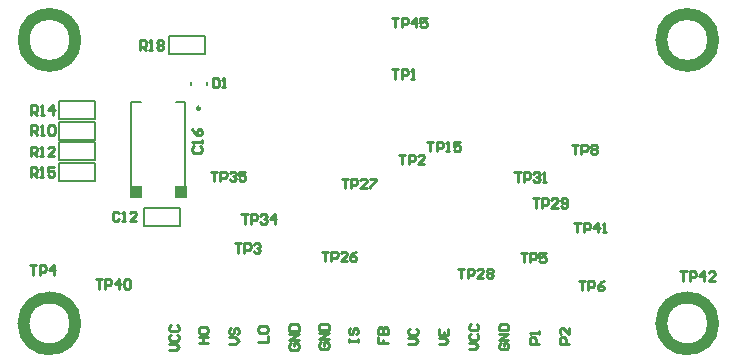
<source format=gbr>
%TF.GenerationSoftware,Altium Limited,Altium Designer,24.7.2 (38)*%
G04 Layer_Color=65535*
%FSLAX43Y43*%
%MOMM*%
%TF.SameCoordinates,A6C98B59-F63B-4C8E-8392-574C2285590F*%
%TF.FilePolarity,Positive*%
%TF.FileFunction,Legend,Top*%
%TF.Part,Single*%
G01*
G75*
%TA.AperFunction,NonConductor*%
%ADD33C,0.250*%
%ADD35C,0.200*%
%ADD36C,0.254*%
%ADD52C,1.000*%
%ADD53R,1.000X1.000*%
%ADD54R,1.000X1.000*%
D33*
X15746Y21200D02*
G03*
X15746Y21200I-125J0D01*
G01*
D35*
X14520Y14450D02*
Y21750D01*
X13720Y14450D02*
X14520D01*
X9920D02*
Y21750D01*
X13720D02*
X14520D01*
X9920Y14450D02*
X10720D01*
X9920Y21750D02*
X10720D01*
X16321Y23225D02*
Y23475D01*
X14971Y23225D02*
Y23475D01*
X11046Y11288D02*
X14094D01*
Y12812D01*
X11046Y11288D02*
Y12812D01*
X14094D01*
X3778Y21825D02*
X6826D01*
X3778Y20301D02*
Y21825D01*
X6826Y20301D02*
Y21825D01*
X3778Y20301D02*
X6826D01*
X3778Y18543D02*
X6826D01*
Y20067D01*
X3778Y18543D02*
Y20067D01*
X6826D01*
X3778Y16799D02*
X6826D01*
Y18323D01*
X3778Y16799D02*
Y18323D01*
X6826D01*
X3776Y16569D02*
X6824D01*
X3776Y15045D02*
Y16569D01*
X6824Y15045D02*
Y16569D01*
X3776Y15045D02*
X6824D01*
X13096Y27337D02*
X16144D01*
X13096Y25813D02*
Y27337D01*
X16144Y25813D02*
Y27337D01*
X13096Y25813D02*
X16144D01*
D36*
X35972Y1229D02*
X36505D01*
X36771Y1496D01*
X36505Y1762D01*
X35972D01*
Y2562D02*
Y2029D01*
X36771D01*
Y2562D01*
X36372Y2029D02*
Y2295D01*
X44446Y1279D02*
X43646D01*
Y1679D01*
X43780Y1812D01*
X44046D01*
X44179Y1679D01*
Y1279D01*
X44446Y2079D02*
Y2345D01*
Y2212D01*
X43646D01*
X43780Y2079D01*
X46986Y1279D02*
X46186D01*
Y1679D01*
X46319Y1812D01*
X46586D01*
X46719Y1679D01*
Y1279D01*
X46986Y2612D02*
Y2079D01*
X46453Y2612D01*
X46319D01*
X46186Y2479D01*
Y2212D01*
X46319Y2079D01*
X13161Y727D02*
X13694D01*
X13961Y993D01*
X13694Y1260D01*
X13161D01*
X13294Y2059D02*
X13161Y1926D01*
Y1660D01*
X13294Y1526D01*
X13828D01*
X13961Y1660D01*
Y1926D01*
X13828Y2059D01*
X13294Y2859D02*
X13161Y2726D01*
Y2459D01*
X13294Y2326D01*
X13828D01*
X13961Y2459D01*
Y2726D01*
X13828Y2859D01*
X38523Y804D02*
X39056D01*
X39323Y1071D01*
X39056Y1337D01*
X38523D01*
X38656Y2137D02*
X38523Y2004D01*
Y1737D01*
X38656Y1604D01*
X39190D01*
X39323Y1737D01*
Y2004D01*
X39190Y2137D01*
X38656Y2937D02*
X38523Y2803D01*
Y2537D01*
X38656Y2403D01*
X39190D01*
X39323Y2537D01*
Y2803D01*
X39190Y2937D01*
X41192Y1337D02*
X41058Y1204D01*
Y937D01*
X41192Y804D01*
X41725D01*
X41858Y937D01*
Y1204D01*
X41725Y1337D01*
X41458D01*
Y1071D01*
X41858Y1604D02*
X41058D01*
X41858Y2137D01*
X41058D01*
Y2403D02*
X41858D01*
Y2803D01*
X41725Y2937D01*
X41192D01*
X41058Y2803D01*
Y2403D01*
X23436Y1324D02*
X23302Y1191D01*
Y925D01*
X23436Y791D01*
X23969D01*
X24102Y925D01*
Y1191D01*
X23969Y1324D01*
X23702D01*
Y1058D01*
X24102Y1591D02*
X23302D01*
X24102Y2124D01*
X23302D01*
Y2391D02*
X24102D01*
Y2791D01*
X23969Y2924D01*
X23436D01*
X23302Y2791D01*
Y2391D01*
X25977Y1387D02*
X25844Y1254D01*
Y988D01*
X25977Y854D01*
X26511D01*
X26644Y988D01*
Y1254D01*
X26511Y1387D01*
X26244D01*
Y1121D01*
X26644Y1654D02*
X25844D01*
X26644Y2187D01*
X25844D01*
Y2454D02*
X26644D01*
Y2854D01*
X26511Y2987D01*
X25977D01*
X25844Y2854D01*
Y2454D01*
X28326Y1412D02*
Y1678D01*
Y1545D01*
X29126D01*
Y1412D01*
Y1678D01*
X28460Y2611D02*
X28326Y2478D01*
Y2211D01*
X28460Y2078D01*
X28593D01*
X28726Y2211D01*
Y2478D01*
X28859Y2611D01*
X28993D01*
X29126Y2478D01*
Y2211D01*
X28993Y2078D01*
X30845Y1863D02*
Y1330D01*
X31245D01*
Y1596D01*
Y1330D01*
X31645D01*
X30845Y2129D02*
X31645D01*
Y2529D01*
X31512Y2663D01*
X31378D01*
X31245Y2529D01*
Y2129D01*
Y2529D01*
X31112Y2663D01*
X30978D01*
X30845Y2529D01*
Y2129D01*
X20692Y1412D02*
X21492D01*
Y1945D01*
X20692Y2611D02*
Y2345D01*
X20825Y2211D01*
X21359D01*
X21492Y2345D01*
Y2611D01*
X21359Y2745D01*
X20825D01*
X20692Y2611D01*
X18211Y1279D02*
X18744D01*
X19010Y1546D01*
X18744Y1812D01*
X18211D01*
X18344Y2612D02*
X18211Y2479D01*
Y2212D01*
X18344Y2079D01*
X18477D01*
X18611Y2212D01*
Y2479D01*
X18744Y2612D01*
X18877D01*
X19010Y2479D01*
Y2212D01*
X18877Y2079D01*
X15622Y1330D02*
X16422D01*
X16022D01*
Y1863D01*
X15622D01*
X16422D01*
X15622Y2529D02*
Y2263D01*
X15755Y2129D01*
X16289D01*
X16422Y2263D01*
Y2529D01*
X16289Y2663D01*
X15755D01*
X15622Y2529D01*
X33386Y1229D02*
X33919D01*
X34185Y1496D01*
X33919Y1762D01*
X33386D01*
X33519Y2562D02*
X33386Y2429D01*
Y2162D01*
X33519Y2029D01*
X34052D01*
X34185Y2162D01*
Y2429D01*
X34052Y2562D01*
X10654Y26175D02*
Y26975D01*
X11054D01*
X11187Y26841D01*
Y26575D01*
X11054Y26442D01*
X10654D01*
X10921D02*
X11187Y26175D01*
X11454D02*
X11720D01*
X11587D01*
Y26975D01*
X11454Y26841D01*
X12120D02*
X12253Y26975D01*
X12520D01*
X12653Y26841D01*
Y26708D01*
X12520Y26575D01*
X12653Y26442D01*
Y26308D01*
X12520Y26175D01*
X12253D01*
X12120Y26308D01*
Y26442D01*
X12253Y26575D01*
X12120Y26708D01*
Y26841D01*
X12253Y26575D02*
X12520D01*
X16817Y23775D02*
Y22975D01*
X17217D01*
X17350Y23108D01*
Y23642D01*
X17217Y23775D01*
X16817D01*
X17617Y22975D02*
X17883D01*
X17750D01*
Y23775D01*
X17617Y23642D01*
X15227Y17994D02*
X15093Y17861D01*
Y17595D01*
X15227Y17461D01*
X15760D01*
X15893Y17595D01*
Y17861D01*
X15760Y17994D01*
X15893Y18261D02*
Y18528D01*
Y18394D01*
X15093D01*
X15227Y18261D01*
X15093Y19461D02*
X15227Y19194D01*
X15493Y18927D01*
X15760D01*
X15893Y19061D01*
Y19327D01*
X15760Y19461D01*
X15627D01*
X15493Y19327D01*
Y18927D01*
X8876Y12341D02*
X8743Y12474D01*
X8476D01*
X8343Y12341D01*
Y11808D01*
X8476Y11674D01*
X8743D01*
X8876Y11808D01*
X9143Y11674D02*
X9409D01*
X9276D01*
Y12474D01*
X9143Y12341D01*
X10342Y11674D02*
X9809D01*
X10342Y12208D01*
Y12341D01*
X10209Y12474D01*
X9942D01*
X9809Y12341D01*
X1360Y7925D02*
X1893D01*
X1626D01*
Y7125D01*
X2159D02*
Y7925D01*
X2559D01*
X2693Y7792D01*
Y7525D01*
X2559Y7392D01*
X2159D01*
X3359Y7125D02*
Y7925D01*
X2959Y7525D01*
X3492D01*
X18695Y9775D02*
X19228D01*
X18962D01*
Y8975D01*
X19495D02*
Y9775D01*
X19895D01*
X20028Y9642D01*
Y9375D01*
X19895Y9242D01*
X19495D01*
X20295Y9642D02*
X20428Y9775D01*
X20694D01*
X20828Y9642D01*
Y9508D01*
X20694Y9375D01*
X20561D01*
X20694D01*
X20828Y9242D01*
Y9108D01*
X20694Y8975D01*
X20428D01*
X20295Y9108D01*
X32609Y17275D02*
X33142D01*
X32875D01*
Y16475D01*
X33408D02*
Y17275D01*
X33808D01*
X33942Y17142D01*
Y16875D01*
X33808Y16742D01*
X33408D01*
X34741Y16475D02*
X34208D01*
X34741Y17008D01*
Y17142D01*
X34608Y17275D01*
X34341D01*
X34208Y17142D01*
X32013Y24525D02*
X32546D01*
X32280D01*
Y23725D01*
X32813D02*
Y24525D01*
X33213D01*
X33346Y24391D01*
Y24125D01*
X33213Y23991D01*
X32813D01*
X33612Y23725D02*
X33879D01*
X33746D01*
Y24525D01*
X33612Y24391D01*
X47240Y18145D02*
X47773D01*
X47507D01*
Y17345D01*
X48040D02*
Y18145D01*
X48440D01*
X48573Y18011D01*
Y17745D01*
X48440Y17612D01*
X48040D01*
X48839Y18011D02*
X48973Y18145D01*
X49239D01*
X49373Y18011D01*
Y17878D01*
X49239Y17745D01*
X49373Y17612D01*
Y17478D01*
X49239Y17345D01*
X48973D01*
X48839Y17478D01*
Y17612D01*
X48973Y17745D01*
X48839Y17878D01*
Y18011D01*
X48973Y17745D02*
X49239D01*
X32009Y28871D02*
X32542D01*
X32275D01*
Y28071D01*
X32809D02*
Y28871D01*
X33208D01*
X33342Y28738D01*
Y28471D01*
X33208Y28338D01*
X32809D01*
X34008Y28071D02*
Y28871D01*
X33608Y28471D01*
X34141D01*
X34941Y28871D02*
X34408D01*
Y28471D01*
X34675Y28604D01*
X34808D01*
X34941Y28471D01*
Y28205D01*
X34808Y28071D01*
X34541D01*
X34408Y28205D01*
X47442Y11500D02*
X47975D01*
X47709D01*
Y10700D01*
X48242D02*
Y11500D01*
X48642D01*
X48775Y11367D01*
Y11100D01*
X48642Y10967D01*
X48242D01*
X49441Y10700D02*
Y11500D01*
X49042Y11100D01*
X49575D01*
X49841Y10700D02*
X50108D01*
X49975D01*
Y11500D01*
X49841Y11367D01*
X56409Y7425D02*
X56942D01*
X56675D01*
Y6625D01*
X57209D02*
Y7425D01*
X57608D01*
X57742Y7292D01*
Y7025D01*
X57608Y6892D01*
X57209D01*
X58408Y6625D02*
Y7425D01*
X58008Y7025D01*
X58541D01*
X59341Y6625D02*
X58808D01*
X59341Y7158D01*
Y7292D01*
X59208Y7425D01*
X58941D01*
X58808Y7292D01*
X6916Y6750D02*
X7449D01*
X7182D01*
Y5950D01*
X7716D02*
Y6750D01*
X8115D01*
X8249Y6616D01*
Y6350D01*
X8115Y6217D01*
X7716D01*
X8915Y5950D02*
Y6750D01*
X8515Y6350D01*
X9048D01*
X9315Y6616D02*
X9448Y6750D01*
X9715D01*
X9848Y6616D01*
Y6083D01*
X9715Y5950D01*
X9448D01*
X9315Y6083D01*
Y6616D01*
X16666Y15862D02*
X17199D01*
X16933D01*
Y15062D01*
X17466D02*
Y15862D01*
X17866D01*
X17999Y15729D01*
Y15462D01*
X17866Y15329D01*
X17466D01*
X18266Y15729D02*
X18399Y15862D01*
X18666D01*
X18799Y15729D01*
Y15595D01*
X18666Y15462D01*
X18532D01*
X18666D01*
X18799Y15329D01*
Y15195D01*
X18666Y15062D01*
X18399D01*
X18266Y15195D01*
X19599Y15862D02*
X19066D01*
Y15462D01*
X19332Y15595D01*
X19465D01*
X19599Y15462D01*
Y15195D01*
X19465Y15062D01*
X19199D01*
X19066Y15195D01*
X19259Y12254D02*
X19792D01*
X19525D01*
Y11454D01*
X20059D02*
Y12254D01*
X20458D01*
X20592Y12121D01*
Y11854D01*
X20458Y11721D01*
X20059D01*
X20858Y12121D02*
X20992Y12254D01*
X21258D01*
X21391Y12121D01*
Y11988D01*
X21258Y11854D01*
X21125D01*
X21258D01*
X21391Y11721D01*
Y11588D01*
X21258Y11454D01*
X20992D01*
X20858Y11588D01*
X22058Y11454D02*
Y12254D01*
X21658Y11854D01*
X22191D01*
X42367Y15800D02*
X42900D01*
X42634D01*
Y15000D01*
X43167D02*
Y15800D01*
X43567D01*
X43700Y15667D01*
Y15400D01*
X43567Y15267D01*
X43167D01*
X43967Y15667D02*
X44100Y15800D01*
X44366D01*
X44500Y15667D01*
Y15533D01*
X44366Y15400D01*
X44233D01*
X44366D01*
X44500Y15267D01*
Y15133D01*
X44366Y15000D01*
X44100D01*
X43967Y15133D01*
X44766Y15000D02*
X45033D01*
X44900D01*
Y15800D01*
X44766Y15667D01*
X43909Y13600D02*
X44442D01*
X44175D01*
Y12800D01*
X44709D02*
Y13600D01*
X45108D01*
X45242Y13467D01*
Y13200D01*
X45108Y13067D01*
X44709D01*
X46041Y12800D02*
X45508D01*
X46041Y13333D01*
Y13467D01*
X45908Y13600D01*
X45642D01*
X45508Y13467D01*
X46308Y12933D02*
X46441Y12800D01*
X46708D01*
X46841Y12933D01*
Y13467D01*
X46708Y13600D01*
X46441D01*
X46308Y13467D01*
Y13333D01*
X46441Y13200D01*
X46841D01*
X37609Y7639D02*
X38142D01*
X37875D01*
Y6839D01*
X38409D02*
Y7639D01*
X38808D01*
X38942Y7506D01*
Y7239D01*
X38808Y7106D01*
X38409D01*
X39741Y6839D02*
X39208D01*
X39741Y7372D01*
Y7506D01*
X39608Y7639D01*
X39342D01*
X39208Y7506D01*
X40008D02*
X40141Y7639D01*
X40408D01*
X40541Y7506D01*
Y7372D01*
X40408Y7239D01*
X40541Y7106D01*
Y6973D01*
X40408Y6839D01*
X40141D01*
X40008Y6973D01*
Y7106D01*
X40141Y7239D01*
X40008Y7372D01*
Y7506D01*
X40141Y7239D02*
X40408D01*
X34975Y18375D02*
X35509D01*
X35242D01*
Y17575D01*
X35775D02*
Y18375D01*
X36175D01*
X36308Y18242D01*
Y17975D01*
X36175Y17842D01*
X35775D01*
X36575Y17575D02*
X36842D01*
X36708D01*
Y18375D01*
X36575Y18242D01*
X37775Y18375D02*
X37241D01*
Y17975D01*
X37508Y18108D01*
X37641D01*
X37775Y17975D01*
Y17708D01*
X37641Y17575D01*
X37375D01*
X37241Y17708D01*
X26060Y9071D02*
X26593D01*
X26327D01*
Y8271D01*
X26860D02*
Y9071D01*
X27260D01*
X27393Y8938D01*
Y8671D01*
X27260Y8538D01*
X26860D01*
X28193Y8271D02*
X27659D01*
X28193Y8804D01*
Y8938D01*
X28059Y9071D01*
X27793D01*
X27659Y8938D01*
X28992Y9071D02*
X28726Y8938D01*
X28459Y8671D01*
Y8404D01*
X28593Y8271D01*
X28859D01*
X28992Y8404D01*
Y8538D01*
X28859Y8671D01*
X28459D01*
X27734Y15250D02*
X28267D01*
X28000D01*
Y14450D01*
X28534D02*
Y15250D01*
X28933D01*
X29067Y15117D01*
Y14850D01*
X28933Y14717D01*
X28534D01*
X29866Y14450D02*
X29333D01*
X29866Y14983D01*
Y15117D01*
X29733Y15250D01*
X29467D01*
X29333Y15117D01*
X30133Y15250D02*
X30666D01*
Y15117D01*
X30133Y14583D01*
Y14450D01*
X47809Y6600D02*
X48342D01*
X48075D01*
Y5800D01*
X48608D02*
Y6600D01*
X49008D01*
X49142Y6467D01*
Y6200D01*
X49008Y6067D01*
X48608D01*
X49941Y6600D02*
X49675Y6467D01*
X49408Y6200D01*
Y5933D01*
X49541Y5800D01*
X49808D01*
X49941Y5933D01*
Y6067D01*
X49808Y6200D01*
X49408D01*
X1419Y15406D02*
Y16206D01*
X1819D01*
X1952Y16072D01*
Y15806D01*
X1819Y15672D01*
X1419D01*
X1686D02*
X1952Y15406D01*
X2219D02*
X2486D01*
X2352D01*
Y16206D01*
X2219Y16072D01*
X3419Y16206D02*
X2885D01*
Y15806D01*
X3152Y15939D01*
X3285D01*
X3419Y15806D01*
Y15539D01*
X3285Y15406D01*
X3019D01*
X2885Y15539D01*
X1419Y17178D02*
Y17978D01*
X1819D01*
X1952Y17845D01*
Y17578D01*
X1819Y17445D01*
X1419D01*
X1686D02*
X1952Y17178D01*
X2219D02*
X2486D01*
X2352D01*
Y17978D01*
X2219Y17845D01*
X3419Y17178D02*
X2885D01*
X3419Y17711D01*
Y17845D01*
X3285Y17978D01*
X3019D01*
X2885Y17845D01*
X1446Y18994D02*
Y19794D01*
X1846D01*
X1980Y19660D01*
Y19394D01*
X1846Y19261D01*
X1446D01*
X1713D02*
X1980Y18994D01*
X2246D02*
X2513D01*
X2379D01*
Y19794D01*
X2246Y19660D01*
X2913D02*
X3046Y19794D01*
X3312D01*
X3446Y19660D01*
Y19127D01*
X3312Y18994D01*
X3046D01*
X2913Y19127D01*
Y19660D01*
X1446Y20663D02*
Y21463D01*
X1846D01*
X1980Y21330D01*
Y21063D01*
X1846Y20930D01*
X1446D01*
X1713D02*
X1980Y20663D01*
X2246D02*
X2513D01*
X2379D01*
Y21463D01*
X2246Y21330D01*
X3312Y20663D02*
Y21463D01*
X2913Y21063D01*
X3446D01*
X42884Y8975D02*
X43417D01*
X43150D01*
Y8175D01*
X43683D02*
Y8975D01*
X44083D01*
X44217Y8842D01*
Y8575D01*
X44083Y8442D01*
X43683D01*
X45016Y8975D02*
X44483D01*
Y8575D01*
X44750Y8708D01*
X44883D01*
X45016Y8575D01*
Y8308D01*
X44883Y8175D01*
X44616D01*
X44483Y8308D01*
D52*
X59200Y3000D02*
G03*
X59200Y3000I-2200J0D01*
G01*
Y27000D02*
G03*
X59200Y27000I-2200J0D01*
G01*
X5200Y3000D02*
G03*
X5200Y3000I-2200J0D01*
G01*
Y27000D02*
G03*
X5200Y27000I-2200J0D01*
G01*
D53*
X10320Y14100D02*
D03*
D54*
X14120D02*
D03*
%TF.MD5,ad4fbd589b6834737f5fb7d302243881*%
M02*

</source>
